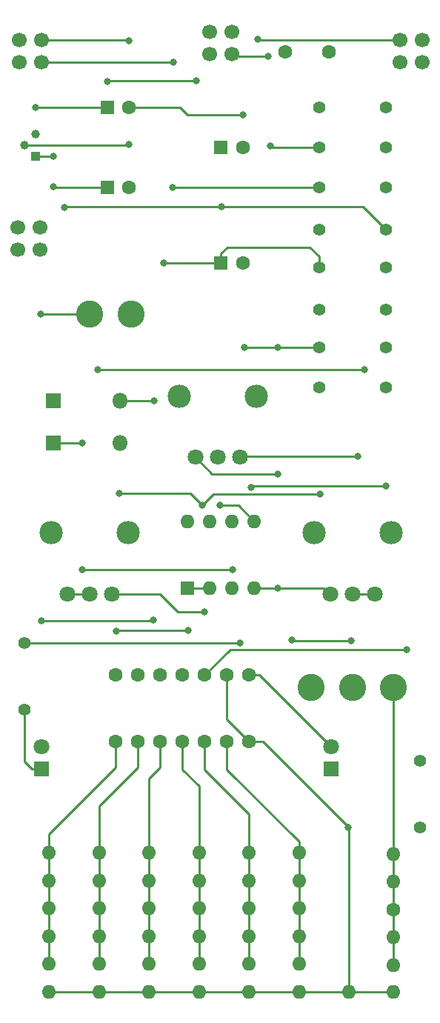
<source format=gbr>
G04 #@! TF.GenerationSoftware,KiCad,Pcbnew,(5.0.0-rc2-dev-311-g1dd4af297)*
G04 #@! TF.CreationDate,2018-04-22T13:53:34-07:00*
G04 #@! TF.ProjectId,workshop_drum1.2,776F726B73686F705F6472756D312E32,rev?*
G04 #@! TF.SameCoordinates,Original*
G04 #@! TF.FileFunction,Copper,L1,Top,Signal*
G04 #@! TF.FilePolarity,Positive*
%FSLAX46Y46*%
G04 Gerber Fmt 4.6, Leading zero omitted, Abs format (unit mm)*
G04 Created by KiCad (PCBNEW (5.0.0-rc2-dev-311-g1dd4af297)) date 04/22/18 13:53:34*
%MOMM*%
%LPD*%
G01*
G04 APERTURE LIST*
%ADD10C,3.100000*%
%ADD11C,1.700000*%
%ADD12C,1.600000*%
%ADD13O,1.600000X1.600000*%
%ADD14C,1.397000*%
%ADD15R,1.600000X1.600000*%
%ADD16R,1.800000X1.800000*%
%ADD17C,1.800000*%
%ADD18O,1.800000X1.800000*%
%ADD19R,1.000000X1.000000*%
%ADD20C,1.000000*%
%ADD21C,2.667000*%
%ADD22C,1.803400*%
%ADD23C,0.800000*%
%ADD24C,0.250000*%
G04 APERTURE END LIST*
D10*
X167636000Y-115062000D03*
X162936000Y-115062000D03*
X158236000Y-115062000D03*
X132936000Y-72400000D03*
X137636000Y-72400000D03*
D11*
X149206000Y-40130000D03*
X146666000Y-40130000D03*
X146666000Y-42670000D03*
X149206000Y-42670000D03*
X127254000Y-65024000D03*
X127254000Y-62484000D03*
X124714000Y-62484000D03*
X124714000Y-65024000D03*
D12*
X148590000Y-121285000D03*
X148590000Y-113665000D03*
D13*
X167640000Y-149860000D03*
X128270000Y-149860000D03*
X133985000Y-149860000D03*
X139700000Y-149860000D03*
X145415000Y-149860000D03*
X151130000Y-149860000D03*
X133985000Y-143510000D03*
X133985000Y-133985000D03*
X133985000Y-140335000D03*
X133985000Y-146685000D03*
X133985000Y-137160000D03*
X128270000Y-133985000D03*
X128270000Y-146685000D03*
X128270000Y-143510000D03*
X128270000Y-140335000D03*
X128270000Y-137160000D03*
X145415000Y-143510000D03*
X145415000Y-133985000D03*
X139700000Y-137160000D03*
X145415000Y-146685000D03*
X139700000Y-133985000D03*
X145415000Y-137160000D03*
X139700000Y-146685000D03*
X139700000Y-143510000D03*
X145415000Y-140335000D03*
X139700000Y-140335000D03*
X151130000Y-146685000D03*
X151130000Y-133985000D03*
X151130000Y-143510000D03*
X151130000Y-140335000D03*
X156845000Y-143510000D03*
X156845000Y-146685000D03*
X156845000Y-137160000D03*
X156845000Y-133985000D03*
X156845000Y-140335000D03*
X151130000Y-137160000D03*
X162560000Y-149860000D03*
X156845000Y-149860000D03*
D12*
X135890000Y-121285000D03*
X138430000Y-121285000D03*
X140970000Y-121285000D03*
X143510000Y-121285000D03*
X146050000Y-121285000D03*
X151130000Y-121285000D03*
X135890000Y-113665000D03*
X138430000Y-113665000D03*
X140970000Y-113665000D03*
X143510000Y-113665000D03*
X146050000Y-113665000D03*
X151130000Y-113665000D03*
D11*
X127436000Y-43670000D03*
X127436000Y-41130000D03*
X124896000Y-41130000D03*
X124896000Y-43670000D03*
X170942000Y-43670000D03*
X170942000Y-41130000D03*
X168402000Y-41130000D03*
X168402000Y-43670000D03*
D14*
X159126000Y-71882000D03*
X166746000Y-71882000D03*
D15*
X144126000Y-103710000D03*
D13*
X151746000Y-96090000D03*
X146666000Y-103710000D03*
X149206000Y-96090000D03*
X149206000Y-103710000D03*
X146666000Y-96090000D03*
X151746000Y-103710000D03*
X144126000Y-96090000D03*
X167640000Y-134112000D03*
X167640000Y-143637000D03*
X167640000Y-137287000D03*
D12*
X167640000Y-140462000D03*
D13*
X167640000Y-146812000D03*
D16*
X127436000Y-124400000D03*
D17*
X127436000Y-121860000D03*
X160528000Y-121860000D03*
D16*
X160528000Y-124400000D03*
D12*
X160274000Y-42418000D03*
X155274000Y-42418000D03*
X137436000Y-57912000D03*
D15*
X134936000Y-57912000D03*
X147936000Y-53340000D03*
D12*
X150436000Y-53340000D03*
X137436000Y-48768000D03*
D15*
X134936000Y-48768000D03*
X147936000Y-66548000D03*
D12*
X150436000Y-66548000D03*
D18*
X136398000Y-87122000D03*
D16*
X128778000Y-87122000D03*
X128778000Y-82296000D03*
D18*
X136398000Y-82296000D03*
D14*
X170688000Y-123444000D03*
X170688000Y-131064000D03*
X159126000Y-48768000D03*
X166746000Y-48768000D03*
X166746000Y-67056000D03*
X159126000Y-67056000D03*
X166746000Y-62738000D03*
X159126000Y-62738000D03*
X166746000Y-80772000D03*
X159126000Y-80772000D03*
X125476000Y-117602000D03*
X125476000Y-109982000D03*
X159126000Y-76250000D03*
X166746000Y-76250000D03*
X166746000Y-53340000D03*
X159126000Y-53340000D03*
X159126000Y-57912000D03*
X166746000Y-57912000D03*
D19*
X126746000Y-54356000D03*
D20*
X126746000Y-51816000D03*
X125476000Y-53086000D03*
D21*
X167330363Y-97401843D03*
X158541963Y-97401843D03*
D22*
X160396163Y-104412243D03*
X162936163Y-104412243D03*
X165476163Y-104412243D03*
X135476163Y-104412243D03*
X132936163Y-104412243D03*
X130396163Y-104412243D03*
D21*
X128541963Y-97401843D03*
X137330363Y-97401843D03*
X151968363Y-81789843D03*
X143179963Y-81789843D03*
D22*
X145034163Y-88800243D03*
X147574163Y-88800243D03*
X150114163Y-88800243D03*
D23*
X127296000Y-72410000D03*
X140256000Y-82300000D03*
X140216000Y-107380000D03*
X127416000Y-107500000D03*
X151384000Y-92202000D03*
X145796000Y-94234000D03*
X147828000Y-94234002D03*
X156006000Y-109700000D03*
X162814000Y-109728000D03*
X150113996Y-109982000D03*
X154432000Y-76200000D03*
X154432000Y-103710000D03*
X154432000Y-90678000D03*
X150622000Y-76200000D03*
X162466000Y-131064000D03*
X137406000Y-41160000D03*
X163576000Y-88646000D03*
X169164000Y-110744000D03*
X146050000Y-106426000D03*
X164338000Y-78740000D03*
X133858000Y-78740000D03*
X142476000Y-43610000D03*
X159257998Y-92964000D03*
X130026002Y-60190000D03*
X132056000Y-87160000D03*
X153336000Y-42970000D03*
X153566000Y-53230000D03*
X145126002Y-45720000D03*
X126736000Y-48780000D03*
X134946002Y-45860000D03*
X150436000Y-49670000D03*
X137436000Y-53070000D03*
X152166000Y-41020000D03*
X142406000Y-57940000D03*
X128778000Y-57820000D03*
X128746000Y-54360000D03*
X166786000Y-92030000D03*
X136336000Y-92880000D03*
X148016000Y-60150000D03*
X132055998Y-101610000D03*
X149236000Y-101610000D03*
X141336000Y-66550000D03*
X135936000Y-108640000D03*
X144196000Y-108570000D03*
D24*
X127296000Y-72410000D02*
X132926000Y-72410000D01*
X132926000Y-72410000D02*
X132936000Y-72400000D01*
X140256000Y-82300000D02*
X136402000Y-82300000D01*
X136402000Y-82300000D02*
X136398000Y-82296000D01*
X140096000Y-107500000D02*
X140216000Y-107380000D01*
X127416000Y-107500000D02*
X140096000Y-107500000D01*
X151556000Y-92030000D02*
X151384000Y-92202000D01*
X166786000Y-92030000D02*
X151556000Y-92030000D01*
X147066000Y-92964000D02*
X146195999Y-93834001D01*
X144442000Y-92880000D02*
X145396001Y-93834001D01*
X145396001Y-93834001D02*
X145796000Y-94234000D01*
X159257998Y-92964000D02*
X147066000Y-92964000D01*
X136336000Y-92880000D02*
X144442000Y-92880000D01*
X146195999Y-93834001D02*
X145796000Y-94234000D01*
X151746000Y-96090000D02*
X149890002Y-94234002D01*
X148393685Y-94234002D02*
X147828000Y-94234002D01*
X149890002Y-94234002D02*
X148393685Y-94234002D01*
X167636000Y-115062000D02*
X167636000Y-134108000D01*
X167636000Y-134108000D02*
X167640000Y-134112000D01*
X167640000Y-143637000D02*
X167640000Y-146812000D01*
X167640000Y-140462000D02*
X167640000Y-143637000D01*
X167640000Y-137287000D02*
X167640000Y-140462000D01*
X167640000Y-134112000D02*
X167640000Y-137287000D01*
X162814000Y-109728000D02*
X156034000Y-109728000D01*
X156034000Y-109728000D02*
X156006000Y-109700000D01*
X126463828Y-109982000D02*
X150113996Y-109982000D01*
X125476000Y-109982000D02*
X126463828Y-109982000D01*
X154432000Y-76200000D02*
X159076000Y-76200000D01*
X150622000Y-76200000D02*
X154432000Y-76200000D01*
X154432000Y-103710000D02*
X159693920Y-103710000D01*
X151746000Y-103710000D02*
X154432000Y-103710000D01*
X146911920Y-90678000D02*
X147636402Y-90678000D01*
X145034163Y-88800243D02*
X146911920Y-90678000D01*
X147636402Y-90678000D02*
X154432000Y-90678000D01*
X159076000Y-76200000D02*
X159126000Y-76250000D01*
X152731000Y-121285000D02*
X162466000Y-131020000D01*
X151130000Y-121285000D02*
X152731000Y-121285000D01*
X162466000Y-131020000D02*
X162466000Y-131064000D01*
X162560000Y-149860000D02*
X162560000Y-131158000D01*
X162560000Y-131158000D02*
X162466000Y-131064000D01*
X148590000Y-113665000D02*
X148590000Y-118745000D01*
X148590000Y-118745000D02*
X151130000Y-121285000D01*
X127436000Y-41130000D02*
X137376000Y-41130000D01*
X137376000Y-41130000D02*
X137406000Y-41160000D01*
X163576000Y-88646000D02*
X150268406Y-88646000D01*
X150268406Y-88646000D02*
X150114163Y-88800243D01*
X146050000Y-113665000D02*
X148971000Y-110744000D01*
X148971000Y-110744000D02*
X168598315Y-110744000D01*
X168598315Y-110744000D02*
X169164000Y-110744000D01*
X140988243Y-104412243D02*
X143002000Y-106426000D01*
X135476163Y-104412243D02*
X140988243Y-104412243D01*
X143002000Y-106426000D02*
X145484315Y-106426000D01*
X145484315Y-106426000D02*
X146050000Y-106426000D01*
X133858000Y-78740000D02*
X164338000Y-78740000D01*
X130396163Y-104412243D02*
X132936163Y-104412243D01*
X160528000Y-121860000D02*
X152333000Y-113665000D01*
X152333000Y-113665000D02*
X151130000Y-113665000D01*
X125476000Y-117602000D02*
X125476000Y-123590000D01*
X125476000Y-123590000D02*
X126286000Y-124400000D01*
X126286000Y-124400000D02*
X127436000Y-124400000D01*
X142476000Y-43610000D02*
X127496000Y-43610000D01*
X148016000Y-60150000D02*
X130066002Y-60150000D01*
X130066002Y-60150000D02*
X130026002Y-60190000D01*
X132018000Y-87122000D02*
X132056000Y-87160000D01*
X128778000Y-87122000D02*
X132018000Y-87122000D01*
X153336000Y-42970000D02*
X149506000Y-42970000D01*
X149506000Y-42970000D02*
X149206000Y-42670000D01*
X153676000Y-53340000D02*
X153566000Y-53230000D01*
X159126000Y-53340000D02*
X153676000Y-53340000D01*
X135046002Y-45760000D02*
X145086002Y-45760000D01*
X134946002Y-45860000D02*
X135046002Y-45760000D01*
X145086002Y-45760000D02*
X145126002Y-45720000D01*
X145176002Y-45770000D02*
X145126002Y-45720000D01*
X145346000Y-45770000D02*
X145176002Y-45770000D01*
X126736000Y-48780000D02*
X134924000Y-48780000D01*
X134924000Y-48780000D02*
X134936000Y-48768000D01*
X159693920Y-103710000D02*
X160396163Y-104412243D01*
X143224000Y-48768000D02*
X144126000Y-49670000D01*
X137436000Y-48768000D02*
X143224000Y-48768000D01*
X144126000Y-49670000D02*
X150436000Y-49670000D01*
X137420000Y-53086000D02*
X137436000Y-53070000D01*
X125476000Y-53086000D02*
X137420000Y-53086000D01*
X150528000Y-66640000D02*
X150436000Y-66548000D01*
X152276000Y-41130000D02*
X152166000Y-41020000D01*
X168402000Y-41130000D02*
X152276000Y-41130000D01*
X162560000Y-148728630D02*
X162560000Y-149860000D01*
X162560000Y-149860000D02*
X163691370Y-149860000D01*
X163691370Y-149860000D02*
X167640000Y-149860000D01*
X156845000Y-149860000D02*
X162560000Y-149860000D01*
X151130000Y-149860000D02*
X152261370Y-149860000D01*
X152261370Y-149860000D02*
X156845000Y-149860000D01*
X145415000Y-149860000D02*
X151130000Y-149860000D01*
X139700000Y-149860000D02*
X140831370Y-149860000D01*
X140831370Y-149860000D02*
X145415000Y-149860000D01*
X133985000Y-149860000D02*
X139700000Y-149860000D01*
X128270000Y-149860000D02*
X133985000Y-149860000D01*
X165476163Y-104412243D02*
X164200967Y-104412243D01*
X164200967Y-104412243D02*
X162936163Y-104412243D01*
X127496000Y-43610000D02*
X127436000Y-43670000D01*
X142434000Y-57912000D02*
X142406000Y-57940000D01*
X159126000Y-57912000D02*
X142434000Y-57912000D01*
X134936000Y-57912000D02*
X128870000Y-57912000D01*
X128870000Y-57912000D02*
X128778000Y-57820000D01*
X128746000Y-54360000D02*
X126750000Y-54360000D01*
X126750000Y-54360000D02*
X126746000Y-54356000D01*
X134888000Y-57960000D02*
X134936000Y-57912000D01*
X148016000Y-60150000D02*
X164158000Y-60150000D01*
X164158000Y-60150000D02*
X166746000Y-62738000D01*
X149236000Y-101610000D02*
X132055998Y-101610000D01*
X141338000Y-66548000D02*
X141336000Y-66550000D01*
X147936000Y-66548000D02*
X141338000Y-66548000D01*
X147936000Y-65498000D02*
X148664000Y-64770000D01*
X147936000Y-66548000D02*
X147936000Y-65498000D01*
X148664000Y-64770000D02*
X158066000Y-64770000D01*
X158066000Y-64770000D02*
X159126000Y-65830000D01*
X159126000Y-65830000D02*
X159126000Y-67056000D01*
X128270000Y-131826000D02*
X135890000Y-124206000D01*
X128270000Y-133985000D02*
X128270000Y-131826000D01*
X135890000Y-124206000D02*
X135890000Y-121285000D01*
X128270000Y-143510000D02*
X128270000Y-144641370D01*
X128270000Y-144641370D02*
X128270000Y-146685000D01*
X128270000Y-140335000D02*
X128270000Y-143510000D01*
X128270000Y-137160000D02*
X128270000Y-140335000D01*
X128270000Y-133985000D02*
X128270000Y-135116370D01*
X128270000Y-135116370D02*
X128270000Y-137160000D01*
X138430000Y-124206000D02*
X133979920Y-128656080D01*
X138430000Y-121285000D02*
X138430000Y-124206000D01*
X133979920Y-128656080D02*
X133979920Y-133979920D01*
X133979920Y-133979920D02*
X133985000Y-133985000D01*
X133985000Y-137160000D02*
X133985000Y-133985000D01*
X133985000Y-140335000D02*
X133985000Y-139203630D01*
X133985000Y-139203630D02*
X133985000Y-137160000D01*
X133985000Y-143510000D02*
X133985000Y-140335000D01*
X133985000Y-146685000D02*
X133985000Y-145553630D01*
X133985000Y-145553630D02*
X133985000Y-143510000D01*
X143510000Y-124460000D02*
X145415000Y-126365000D01*
X143510000Y-121285000D02*
X143510000Y-124460000D01*
X145415000Y-126365000D02*
X145415000Y-133985000D01*
X145415000Y-146685000D02*
X145415000Y-145553630D01*
X145415000Y-145553630D02*
X145415000Y-143510000D01*
X145415000Y-143510000D02*
X145415000Y-140335000D01*
X145415000Y-140335000D02*
X145415000Y-139203630D01*
X145415000Y-139203630D02*
X145415000Y-137160000D01*
X145415000Y-133985000D02*
X145415000Y-135116370D01*
X145415000Y-135116370D02*
X145415000Y-137160000D01*
X140970000Y-124206000D02*
X139700000Y-125476000D01*
X140970000Y-121285000D02*
X140970000Y-124206000D01*
X139700000Y-125476000D02*
X139700000Y-133985000D01*
X139700000Y-146685000D02*
X139700000Y-145553630D01*
X139700000Y-145553630D02*
X139700000Y-143510000D01*
X139700000Y-143510000D02*
X139700000Y-142378630D01*
X139700000Y-142378630D02*
X139700000Y-140335000D01*
X139700000Y-137160000D02*
X139700000Y-140335000D01*
X139700000Y-133985000D02*
X139700000Y-137160000D01*
X146050000Y-124460000D02*
X151130000Y-129540000D01*
X146050000Y-121285000D02*
X146050000Y-124460000D01*
X151130000Y-129540000D02*
X151130000Y-130048000D01*
X151130000Y-130048000D02*
X151130000Y-133985000D01*
X151130000Y-143510000D02*
X151130000Y-144641370D01*
X151130000Y-144641370D02*
X151130000Y-146685000D01*
X151130000Y-140335000D02*
X151130000Y-143510000D01*
X151130000Y-140335000D02*
X151130000Y-137160000D01*
X151130000Y-133985000D02*
X151130000Y-135116370D01*
X151130000Y-135116370D02*
X151130000Y-137160000D01*
X148590000Y-124460000D02*
X156845000Y-132715000D01*
X148590000Y-121285000D02*
X148590000Y-124460000D01*
X156845000Y-132715000D02*
X156845000Y-133985000D01*
X156845000Y-137160000D02*
X156845000Y-133985000D01*
X156845000Y-140335000D02*
X156845000Y-139203630D01*
X156845000Y-139203630D02*
X156845000Y-137160000D01*
X156845000Y-143510000D02*
X156845000Y-142378630D01*
X156845000Y-142378630D02*
X156845000Y-140335000D01*
X156845000Y-146685000D02*
X156845000Y-145553630D01*
X156845000Y-145553630D02*
X156845000Y-143510000D01*
X144126000Y-103710000D02*
X145176000Y-103710000D01*
X145176000Y-103710000D02*
X146666000Y-103710000D01*
X136006000Y-108570000D02*
X135936000Y-108640000D01*
X144196000Y-108570000D02*
X136006000Y-108570000D01*
M02*

</source>
